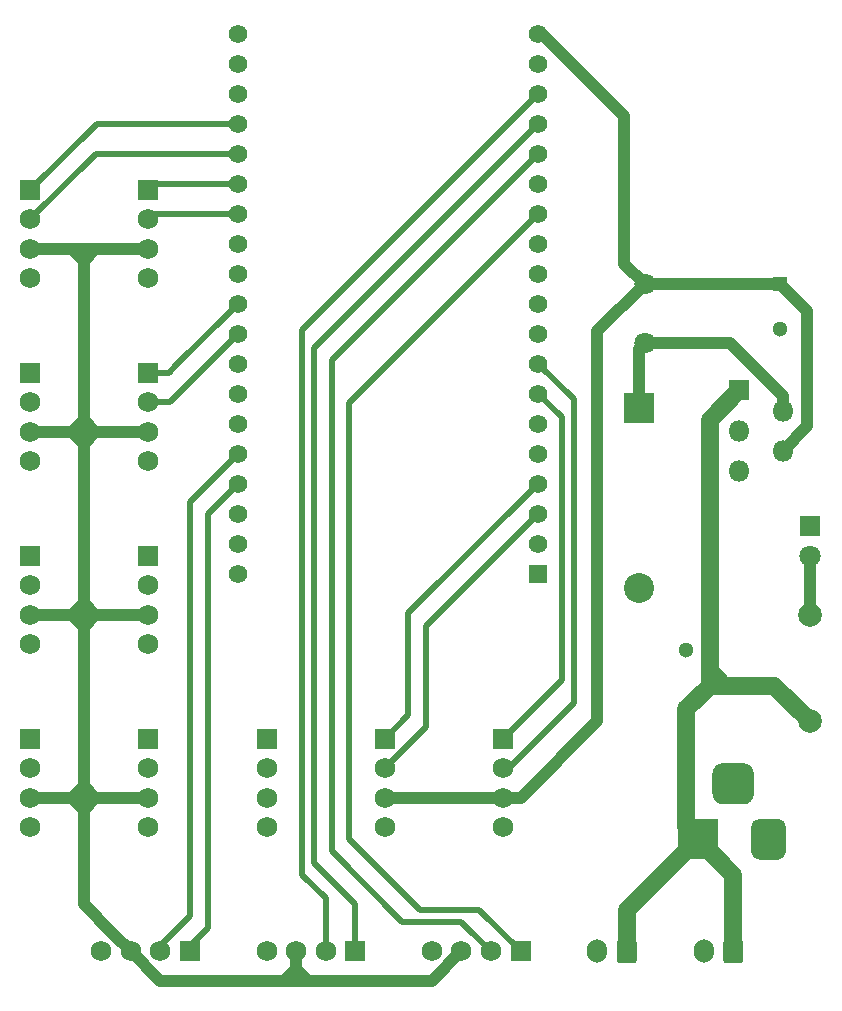
<source format=gbr>
G04 #@! TF.GenerationSoftware,KiCad,Pcbnew,(5.1.10)-1*
G04 #@! TF.CreationDate,2022-01-22T12:59:44+00:00*
G04 #@! TF.ProjectId,beehive,62656568-6976-4652-9e6b-696361645f70,rev?*
G04 #@! TF.SameCoordinates,Original*
G04 #@! TF.FileFunction,Copper,L1,Top*
G04 #@! TF.FilePolarity,Positive*
%FSLAX46Y46*%
G04 Gerber Fmt 4.6, Leading zero omitted, Abs format (unit mm)*
G04 Created by KiCad (PCBNEW (5.1.10)-1) date 2022-01-22 12:59:44*
%MOMM*%
%LPD*%
G01*
G04 APERTURE LIST*
G04 #@! TA.AperFunction,ComponentPad*
%ADD10C,2.000000*%
G04 #@! TD*
G04 #@! TA.AperFunction,ComponentPad*
%ADD11C,1.800000*%
G04 #@! TD*
G04 #@! TA.AperFunction,ComponentPad*
%ADD12R,1.800000X1.800000*%
G04 #@! TD*
G04 #@! TA.AperFunction,ComponentPad*
%ADD13R,2.540000X2.540000*%
G04 #@! TD*
G04 #@! TA.AperFunction,ComponentPad*
%ADD14C,2.540000*%
G04 #@! TD*
G04 #@! TA.AperFunction,ComponentPad*
%ADD15C,1.300000*%
G04 #@! TD*
G04 #@! TA.AperFunction,ComponentPad*
%ADD16R,1.300000X1.300000*%
G04 #@! TD*
G04 #@! TA.AperFunction,ComponentPad*
%ADD17O,1.700000X2.000000*%
G04 #@! TD*
G04 #@! TA.AperFunction,ComponentPad*
%ADD18C,1.750000*%
G04 #@! TD*
G04 #@! TA.AperFunction,ComponentPad*
%ADD19R,1.750000X1.750000*%
G04 #@! TD*
G04 #@! TA.AperFunction,ComponentPad*
%ADD20R,3.500000X3.500000*%
G04 #@! TD*
G04 #@! TA.AperFunction,ComponentPad*
%ADD21O,1.800000X1.800000*%
G04 #@! TD*
G04 #@! TA.AperFunction,ComponentPad*
%ADD22R,1.560000X1.560000*%
G04 #@! TD*
G04 #@! TA.AperFunction,ComponentPad*
%ADD23C,1.560000*%
G04 #@! TD*
G04 #@! TA.AperFunction,Conductor*
%ADD24C,1.000000*%
G04 #@! TD*
G04 #@! TA.AperFunction,Conductor*
%ADD25C,1.500000*%
G04 #@! TD*
G04 #@! TA.AperFunction,Conductor*
%ADD26C,0.500000*%
G04 #@! TD*
G04 APERTURE END LIST*
D10*
X206500000Y-121500000D03*
X206500000Y-112500000D03*
D11*
X206500000Y-107540000D03*
D12*
X206500000Y-105000000D03*
D13*
X192002960Y-95001220D03*
D14*
X192002960Y-110241220D03*
D11*
X192500000Y-84500000D03*
X192500000Y-89500000D03*
D15*
X204000000Y-88300000D03*
D16*
X204000000Y-84500000D03*
D17*
X188500000Y-141000000D03*
G04 #@! TA.AperFunction,ComponentPad*
G36*
G01*
X191850000Y-140250000D02*
X191850000Y-141750000D01*
G75*
G02*
X191600000Y-142000000I-250000J0D01*
G01*
X190400000Y-142000000D01*
G75*
G02*
X190150000Y-141750000I0J250000D01*
G01*
X190150000Y-140250000D01*
G75*
G02*
X190400000Y-140000000I250000J0D01*
G01*
X191600000Y-140000000D01*
G75*
G02*
X191850000Y-140250000I0J-250000D01*
G01*
G37*
G04 #@! TD.AperFunction*
X197500000Y-141000000D03*
G04 #@! TA.AperFunction,ComponentPad*
G36*
G01*
X200850000Y-140250000D02*
X200850000Y-141750000D01*
G75*
G02*
X200600000Y-142000000I-250000J0D01*
G01*
X199400000Y-142000000D01*
G75*
G02*
X199150000Y-141750000I0J250000D01*
G01*
X199150000Y-140250000D01*
G75*
G02*
X199400000Y-140000000I250000J0D01*
G01*
X200600000Y-140000000D01*
G75*
G02*
X200850000Y-140250000I0J-250000D01*
G01*
G37*
G04 #@! TD.AperFunction*
D18*
X140500000Y-99500000D03*
X140500000Y-97000000D03*
X140500000Y-94500000D03*
D19*
X140500000Y-92000000D03*
D18*
X150500000Y-84000000D03*
X150500000Y-81500000D03*
X150500000Y-79000000D03*
D19*
X150500000Y-76500000D03*
D18*
X140500000Y-84000000D03*
X140500000Y-81500000D03*
X140500000Y-79000000D03*
D19*
X140500000Y-76500000D03*
D18*
X140500000Y-115000000D03*
X140500000Y-112500000D03*
X140500000Y-110000000D03*
D19*
X140500000Y-107500000D03*
D18*
X174500000Y-141000000D03*
X177000000Y-141000000D03*
X179500000Y-141000000D03*
D19*
X182000000Y-141000000D03*
D18*
X146500000Y-141000000D03*
X149000000Y-141000000D03*
X151500000Y-141000000D03*
D19*
X154000000Y-141000000D03*
D18*
X160500000Y-141000000D03*
X163000000Y-141000000D03*
X165500000Y-141000000D03*
D19*
X168000000Y-141000000D03*
D18*
X180500000Y-130500000D03*
X180500000Y-128000000D03*
X180500000Y-125500000D03*
D19*
X180500000Y-123000000D03*
D18*
X170500000Y-130500000D03*
X170500000Y-128000000D03*
X170500000Y-125500000D03*
D19*
X170500000Y-123000000D03*
D18*
X160500000Y-130500000D03*
X160500000Y-128000000D03*
X160500000Y-125500000D03*
D19*
X160500000Y-123000000D03*
D18*
X150500000Y-130500000D03*
X150500000Y-128000000D03*
X150500000Y-125500000D03*
D19*
X150500000Y-123000000D03*
D18*
X140500000Y-130500000D03*
X140500000Y-128000000D03*
X140500000Y-125500000D03*
D19*
X140500000Y-123000000D03*
D18*
X150500000Y-115000000D03*
X150500000Y-112500000D03*
X150500000Y-110000000D03*
D19*
X150500000Y-107500000D03*
D18*
X150500000Y-99500000D03*
X150500000Y-97000000D03*
X150500000Y-94500000D03*
D19*
X150500000Y-92000000D03*
G04 #@! TA.AperFunction,ComponentPad*
G36*
G01*
X201750000Y-125925000D02*
X201750000Y-127675000D01*
G75*
G02*
X200875000Y-128550000I-875000J0D01*
G01*
X199125000Y-128550000D01*
G75*
G02*
X198250000Y-127675000I0J875000D01*
G01*
X198250000Y-125925000D01*
G75*
G02*
X199125000Y-125050000I875000J0D01*
G01*
X200875000Y-125050000D01*
G75*
G02*
X201750000Y-125925000I0J-875000D01*
G01*
G37*
G04 #@! TD.AperFunction*
G04 #@! TA.AperFunction,ComponentPad*
G36*
G01*
X204500000Y-130500000D02*
X204500000Y-132500000D01*
G75*
G02*
X203750000Y-133250000I-750000J0D01*
G01*
X202250000Y-133250000D01*
G75*
G02*
X201500000Y-132500000I0J750000D01*
G01*
X201500000Y-130500000D01*
G75*
G02*
X202250000Y-129750000I750000J0D01*
G01*
X203750000Y-129750000D01*
G75*
G02*
X204500000Y-130500000I0J-750000D01*
G01*
G37*
G04 #@! TD.AperFunction*
D20*
X197000000Y-131500000D03*
D16*
X196000000Y-120500000D03*
D15*
X196000000Y-115500000D03*
D12*
X200500000Y-93500000D03*
D21*
X204200000Y-95200000D03*
X200500000Y-96900000D03*
X204200000Y-98600000D03*
X200500000Y-100300000D03*
D22*
X183500000Y-109000000D03*
D23*
X183500000Y-106460000D03*
X183500000Y-63280000D03*
X183500000Y-103920000D03*
X183500000Y-101380000D03*
X183500000Y-98840000D03*
X183500000Y-96300000D03*
X183500000Y-93760000D03*
X183500000Y-91220000D03*
X183500000Y-88680000D03*
X183500000Y-86140000D03*
X183500000Y-83600000D03*
X183500000Y-81060000D03*
X183500000Y-78520000D03*
X183500000Y-75980000D03*
X183500000Y-73440000D03*
X183500000Y-70900000D03*
X183500000Y-68360000D03*
X183500000Y-65820000D03*
X158100000Y-109000000D03*
X158100000Y-106460000D03*
X158100000Y-103920000D03*
X158100000Y-101380000D03*
X158100000Y-98840000D03*
X158100000Y-96300000D03*
X158100000Y-93760000D03*
X158100000Y-91220000D03*
X158100000Y-88680000D03*
X158100000Y-86140000D03*
X158100000Y-83600000D03*
X158100000Y-81060000D03*
X158100000Y-78520000D03*
X158100000Y-75980000D03*
X158100000Y-73440000D03*
X158100000Y-70900000D03*
X158100000Y-68360000D03*
X158100000Y-65820000D03*
X158100000Y-63280000D03*
D24*
X145000000Y-82500000D02*
X144000000Y-81500000D01*
X146000000Y-81500000D02*
X145000000Y-82500000D01*
X145000000Y-98000000D02*
X144000000Y-97000000D01*
X146000000Y-97000000D02*
X145000000Y-98000000D01*
X146000000Y-97000000D02*
X145000000Y-96000000D01*
X144000000Y-97000000D02*
X145000000Y-96000000D01*
X145000000Y-113500000D02*
X144000000Y-112500000D01*
X146000000Y-112500000D02*
X145000000Y-113500000D01*
X146000000Y-112500000D02*
X145000000Y-111500000D01*
X144000000Y-112500000D02*
X145000000Y-111500000D01*
X146000000Y-128000000D02*
X145000000Y-129000000D01*
X145000000Y-129000000D02*
X144000000Y-128000000D01*
X146000000Y-128000000D02*
X145000000Y-127000000D01*
D25*
X191000000Y-137500000D02*
X191000000Y-141000000D01*
X197000000Y-131500000D02*
X191000000Y-137500000D01*
X200000000Y-134500000D02*
X200000000Y-141000000D01*
X197000000Y-131500000D02*
X200000000Y-134500000D01*
X196000000Y-130500000D02*
X196000000Y-120500000D01*
X197000000Y-131500000D02*
X196000000Y-130500000D01*
X198000000Y-96000000D02*
X200500000Y-93500000D01*
X196000000Y-120500000D02*
X198000000Y-118500000D01*
X203500000Y-118500000D02*
X206500000Y-121500000D01*
X198000000Y-117250000D02*
X199250000Y-118500000D01*
X198000000Y-117000000D02*
X198000000Y-117250000D01*
X199250000Y-118500000D02*
X203500000Y-118500000D01*
X198000000Y-118500000D02*
X199250000Y-118500000D01*
X198000000Y-118500000D02*
X198000000Y-117000000D01*
X198000000Y-117000000D02*
X198000000Y-96000000D01*
D24*
X195750000Y-89500000D02*
X192500000Y-89500000D01*
X199772792Y-89500000D02*
X195750000Y-89500000D01*
X204200000Y-93927208D02*
X199772792Y-89500000D01*
X204200000Y-95200000D02*
X204200000Y-93927208D01*
X192000000Y-90000000D02*
X192500000Y-89500000D01*
X192000000Y-94998260D02*
X192000000Y-90000000D01*
X192002960Y-95001220D02*
X192000000Y-94998260D01*
D26*
X150560000Y-73440000D02*
X158100000Y-73440000D01*
X150560000Y-73440000D02*
X146060000Y-73440000D01*
X146060000Y-73440000D02*
X140500000Y-79000000D01*
X146100000Y-70900000D02*
X140500000Y-76500000D01*
X158100000Y-70900000D02*
X146100000Y-70900000D01*
D24*
X204000000Y-84500000D02*
X192500000Y-84500000D01*
X206250000Y-86750000D02*
X204000000Y-84500000D01*
X206250000Y-96550000D02*
X206250000Y-86750000D01*
X204200000Y-98600000D02*
X206250000Y-96550000D01*
X147000000Y-128000000D02*
X147311000Y-128000000D01*
X148000000Y-128000000D02*
X150500000Y-128000000D01*
X147311000Y-128000000D02*
X148000000Y-128000000D01*
X145000000Y-127500000D02*
X145000000Y-128000000D01*
X145000000Y-128000000D02*
X144500000Y-128000000D01*
X144500000Y-128000000D02*
X140500000Y-128000000D01*
X145500000Y-128000000D02*
X147000000Y-128000000D01*
X145000000Y-128000000D02*
X145500000Y-128000000D01*
X140500000Y-112500000D02*
X144500000Y-112500000D01*
X145000000Y-113000000D02*
X145000000Y-127500000D01*
X145000000Y-112000000D02*
X145000000Y-113000000D01*
X145500000Y-112500000D02*
X150500000Y-112500000D01*
X144500000Y-112500000D02*
X145500000Y-112500000D01*
X140500000Y-97000000D02*
X144500000Y-97000000D01*
X145000000Y-97500000D02*
X145000000Y-112000000D01*
X145000000Y-96500000D02*
X145000000Y-97500000D01*
X145500000Y-97000000D02*
X150500000Y-97000000D01*
X144500000Y-97000000D02*
X145500000Y-97000000D01*
X145000000Y-82000000D02*
X145000000Y-96500000D01*
X145000000Y-81500000D02*
X145000000Y-82000000D01*
X140500000Y-81500000D02*
X144500000Y-81500000D01*
X144500000Y-81500000D02*
X145000000Y-81500000D01*
X145500000Y-81500000D02*
X150500000Y-81500000D01*
X145000000Y-81500000D02*
X145500000Y-81500000D01*
X163000000Y-142500000D02*
X163000000Y-143000000D01*
X163000000Y-141000000D02*
X163000000Y-142500000D01*
X145000000Y-128000000D02*
X145000000Y-137000000D01*
X145000000Y-137000000D02*
X147500000Y-139500000D01*
X147500000Y-139500000D02*
X149000000Y-141000000D01*
X190750000Y-70250000D02*
X183780000Y-63280000D01*
X190750000Y-82750000D02*
X190750000Y-70250000D01*
X183780000Y-63280000D02*
X183500000Y-63280000D01*
X192500000Y-84500000D02*
X190750000Y-82750000D01*
X180500000Y-128000000D02*
X182000000Y-128000000D01*
X182000000Y-128000000D02*
X188500000Y-121500000D01*
X188500000Y-88500000D02*
X192500000Y-84500000D01*
X188500000Y-121500000D02*
X188500000Y-88500000D01*
X162000000Y-143500000D02*
X163000000Y-142500000D01*
X163000000Y-142500000D02*
X164000000Y-143500000D01*
X174500000Y-143500000D02*
X177000000Y-141000000D01*
X164000000Y-143500000D02*
X174500000Y-143500000D01*
X163500000Y-143000000D02*
X164000000Y-143500000D01*
X163000000Y-143000000D02*
X163500000Y-143000000D01*
X151500000Y-143500000D02*
X164000000Y-143500000D01*
X149000000Y-141000000D02*
X151500000Y-143500000D01*
X144000000Y-128000000D02*
X145000000Y-127000000D01*
X180500000Y-128000000D02*
X170500000Y-128000000D01*
D26*
X150980000Y-78520000D02*
X150500000Y-79000000D01*
X158100000Y-78520000D02*
X150980000Y-78520000D01*
X151020000Y-75980000D02*
X150500000Y-76500000D01*
X158100000Y-75980000D02*
X151020000Y-75980000D01*
X157320001Y-89459999D02*
X158100000Y-88680000D01*
X153500000Y-93280000D02*
X157320001Y-89459999D01*
X152280000Y-94500000D02*
X153500000Y-93280000D01*
X150500000Y-94500000D02*
X152280000Y-94500000D01*
X157320001Y-86919999D02*
X158100000Y-86140000D01*
X152240000Y-92000000D02*
X152870000Y-91370000D01*
X150500000Y-92000000D02*
X152240000Y-92000000D01*
X152870000Y-91370000D02*
X157320001Y-86919999D01*
X174000000Y-113420000D02*
X176000000Y-111420000D01*
X174000000Y-122000000D02*
X174000000Y-113420000D01*
X176000000Y-111420000D02*
X183500000Y-103920000D01*
X170500000Y-125500000D02*
X174000000Y-122000000D01*
X172500000Y-121000000D02*
X170500000Y-123000000D01*
X183500000Y-101380000D02*
X172500000Y-112380000D01*
X172500000Y-112380000D02*
X172500000Y-121000000D01*
X181000000Y-125500000D02*
X180500000Y-125500000D01*
X183500000Y-91220000D02*
X186500000Y-94220000D01*
X186500000Y-94220000D02*
X186500000Y-120000000D01*
X186500000Y-120000000D02*
X181000000Y-125500000D01*
X185500000Y-95760000D02*
X185500000Y-118000000D01*
X183500000Y-93760000D02*
X185500000Y-95760000D01*
X185500000Y-118000000D02*
X180500000Y-123000000D01*
X165500000Y-136500000D02*
X165500000Y-141000000D01*
X163500000Y-134500000D02*
X165500000Y-136500000D01*
X163500000Y-88360000D02*
X163500000Y-134500000D01*
X183500000Y-68360000D02*
X163500000Y-88360000D01*
X168000000Y-137000000D02*
X168000000Y-141000000D01*
X164500000Y-133500000D02*
X168000000Y-137000000D01*
X164500000Y-89900000D02*
X164500000Y-133500000D01*
X183500000Y-70900000D02*
X164500000Y-89900000D01*
X177000000Y-138500000D02*
X177500000Y-139000000D01*
X172000000Y-138500000D02*
X177000000Y-138500000D01*
X166000000Y-132500000D02*
X172000000Y-138500000D01*
X166000000Y-90940000D02*
X166000000Y-132500000D01*
X177500000Y-139000000D02*
X179500000Y-141000000D01*
X183500000Y-73440000D02*
X166000000Y-90940000D01*
X178500000Y-137500000D02*
X182000000Y-141000000D01*
X173500000Y-137500000D02*
X178500000Y-137500000D01*
X167500000Y-131500000D02*
X173500000Y-137500000D01*
X167500000Y-94520000D02*
X167500000Y-131500000D01*
X183500000Y-78520000D02*
X167500000Y-94520000D01*
X154000000Y-138000000D02*
X151500000Y-140500000D01*
X154000000Y-102940000D02*
X154000000Y-138000000D01*
X151500000Y-140500000D02*
X151500000Y-141000000D01*
X158100000Y-98840000D02*
X154000000Y-102940000D01*
X154000000Y-140500000D02*
X154000000Y-141000000D01*
X155500000Y-139000000D02*
X154000000Y-140500000D01*
X155500000Y-103980000D02*
X155500000Y-139000000D01*
X158100000Y-101380000D02*
X155500000Y-103980000D01*
D24*
X206500000Y-107540000D02*
X206500000Y-112500000D01*
M02*

</source>
